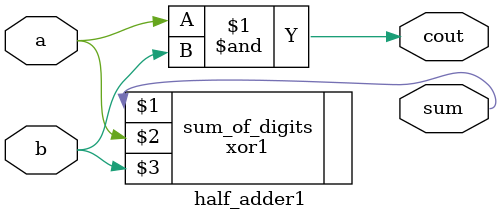
<source format=v>
module half_adder1(cout, sum, a, b);
	input a, b;
	output cout, sum;
	
	/*	xor'ing a and b to calculate a + b
	and and'ing a and b to calculate the carry_out	*/
	
	xor1 sum_of_digits(sum, a, b);
	and carry_of_sum(cout, a, b);
	
endmodule
</source>
